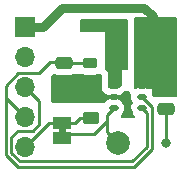
<source format=gtl>
%TF.GenerationSoftware,KiCad,Pcbnew,7.0.2*%
%TF.CreationDate,2023-07-05T23:36:48-07:00*%
%TF.ProjectId,ap5726-lcd-backlight-driver,61703537-3236-42d6-9c63-642d6261636b,rev?*%
%TF.SameCoordinates,Original*%
%TF.FileFunction,Copper,L1,Top*%
%TF.FilePolarity,Positive*%
%FSLAX46Y46*%
G04 Gerber Fmt 4.6, Leading zero omitted, Abs format (unit mm)*
G04 Created by KiCad (PCBNEW 7.0.2) date 2023-07-05 23:36:48*
%MOMM*%
%LPD*%
G01*
G04 APERTURE LIST*
G04 Aperture macros list*
%AMRoundRect*
0 Rectangle with rounded corners*
0 $1 Rounding radius*
0 $2 $3 $4 $5 $6 $7 $8 $9 X,Y pos of 4 corners*
0 Add a 4 corners polygon primitive as box body*
4,1,4,$2,$3,$4,$5,$6,$7,$8,$9,$2,$3,0*
0 Add four circle primitives for the rounded corners*
1,1,$1+$1,$2,$3*
1,1,$1+$1,$4,$5*
1,1,$1+$1,$6,$7*
1,1,$1+$1,$8,$9*
0 Add four rect primitives between the rounded corners*
20,1,$1+$1,$2,$3,$4,$5,0*
20,1,$1+$1,$4,$5,$6,$7,0*
20,1,$1+$1,$6,$7,$8,$9,0*
20,1,$1+$1,$8,$9,$2,$3,0*%
%AMOutline4P*
0 Free polygon, 4 corners , with rotation*
0 The origin of the aperture is its center*
0 number of corners: always 4*
0 $1 to $8 corner X, Y*
0 $9 Rotation angle, in degrees counterclockwise*
0 create outline with 4 corners*
4,1,4,$1,$2,$3,$4,$5,$6,$7,$8,$1,$2,$9*%
G04 Aperture macros list end*
%TA.AperFunction,SMDPad,CuDef*%
%ADD10RoundRect,0.250000X-0.450000X0.262500X-0.450000X-0.262500X0.450000X-0.262500X0.450000X0.262500X0*%
%TD*%
%TA.AperFunction,ComponentPad*%
%ADD11R,1.700000X1.700000*%
%TD*%
%TA.AperFunction,ComponentPad*%
%ADD12O,1.700000X1.700000*%
%TD*%
%TA.AperFunction,ComponentPad*%
%ADD13C,2.000000*%
%TD*%
%TA.AperFunction,SMDPad,CuDef*%
%ADD14RoundRect,0.225000X0.375000X-0.225000X0.375000X0.225000X-0.375000X0.225000X-0.375000X-0.225000X0*%
%TD*%
%TA.AperFunction,SMDPad,CuDef*%
%ADD15R,0.800000X0.550000*%
%TD*%
%TA.AperFunction,SMDPad,CuDef*%
%ADD16O,0.800000X0.550000*%
%TD*%
%TA.AperFunction,SMDPad,CuDef*%
%ADD17RoundRect,0.250000X-0.475000X0.250000X-0.475000X-0.250000X0.475000X-0.250000X0.475000X0.250000X0*%
%TD*%
%TA.AperFunction,SMDPad,CuDef*%
%ADD18R,1.500000X1.000000*%
%TD*%
%TA.AperFunction,SMDPad,CuDef*%
%ADD19Outline4P,-0.725000X-1.950000X0.725000X-1.350000X0.725000X1.350000X-0.725000X1.950000X180.000000*%
%TD*%
%TA.AperFunction,SMDPad,CuDef*%
%ADD20Outline4P,-0.725000X-1.350000X0.725000X-1.950000X0.725000X1.950000X-0.725000X1.350000X180.000000*%
%TD*%
%TA.AperFunction,ViaPad*%
%ADD21C,0.800000*%
%TD*%
%TA.AperFunction,Conductor*%
%ADD22C,0.250000*%
%TD*%
%TA.AperFunction,Conductor*%
%ADD23C,0.750000*%
%TD*%
G04 APERTURE END LIST*
%TA.AperFunction,EtchedComponent*%
%TO.C,VDC*%
G36*
X157551000Y-96175000D02*
G01*
X156951000Y-96175000D01*
X156951000Y-95675000D01*
X157551000Y-95675000D01*
X157551000Y-96175000D01*
G37*
%TD.AperFunction*%
%TD*%
D10*
%TO.P,R1,1*%
%TO.N,GND*%
X159660000Y-93077500D03*
%TO.P,R1,2*%
%TO.N,/LED_K*%
X159660000Y-94902500D03*
%TD*%
D11*
%TO.P,J1,1,Pin_1*%
%TO.N,VCC*%
X154098000Y-87169000D03*
D12*
%TO.P,J1,2,Pin_2*%
%TO.N,GND*%
X154098000Y-89709000D03*
%TO.P,J1,3,Pin_3*%
%TO.N,/ENABLE*%
X154098000Y-92249000D03*
%TO.P,J1,4,Pin_4*%
%TO.N,/LED_A*%
X154098000Y-94789000D03*
%TO.P,J1,5,Pin_5*%
%TO.N,/LED_K*%
X154098000Y-97329000D03*
%TD*%
D13*
%TO.P,FB,1,1*%
%TO.N,Net-(JP1-B)*%
X162004000Y-97014000D03*
%TD*%
D14*
%TO.P,D1,1,K*%
%TO.N,/LED_A*%
X159631000Y-90246000D03*
%TO.P,D1,2,A*%
%TO.N,Net-(D1-A)*%
X159631000Y-86946000D03*
%TD*%
D15*
%TO.P,U1,1,SW*%
%TO.N,Net-(D1-A)*%
X161590201Y-92167198D03*
D16*
%TO.P,U1,2,GND*%
%TO.N,GND*%
X161590201Y-93117199D03*
%TO.P,U1,3,FB*%
%TO.N,Net-(JP1-B)*%
X161590201Y-94067200D03*
%TO.P,U1,4,EN*%
%TO.N,/ENABLE*%
X163990201Y-94067200D03*
%TO.P,U1,5,OVP*%
%TO.N,/LED_A*%
X163990201Y-93117199D03*
%TO.P,U1,6,Vin*%
%TO.N,VCC*%
X163990201Y-92167198D03*
%TD*%
D17*
%TO.P,C1,1*%
%TO.N,/LED_A*%
X157378000Y-90225000D03*
%TO.P,C1,2*%
%TO.N,GND*%
X157378000Y-92125000D03*
%TD*%
%TO.P,C2,1*%
%TO.N,VCC*%
X166014000Y-92219000D03*
%TO.P,C2,2*%
%TO.N,GND*%
X166014000Y-94119000D03*
%TD*%
D18*
%TO.P,VDC,1,A*%
%TO.N,/LED_K*%
X157251000Y-95275000D03*
%TO.P,VDC,2,B*%
%TO.N,Net-(JP1-B)*%
X157251000Y-96575000D03*
%TD*%
D19*
%TO.P,L1,1,1*%
%TO.N,Net-(D1-A)*%
X161942000Y-88658000D03*
D20*
%TO.P,L1,2,2*%
%TO.N,VCC*%
X164892000Y-88658000D03*
%TD*%
D21*
%TO.N,GND*%
X162687000Y-93218000D03*
X162814000Y-94361000D03*
X166014000Y-97028000D03*
X159131000Y-91821000D03*
%TD*%
D22*
%TO.N,/LED_A*%
X157378000Y-90225000D02*
X159610000Y-90225000D01*
X153543000Y-91059000D02*
X152473000Y-92129000D01*
X152473000Y-98002097D02*
X153530903Y-99060000D01*
X163322000Y-99060000D02*
X164846000Y-97536000D01*
X153530903Y-99060000D02*
X163322000Y-99060000D01*
X152473000Y-93164000D02*
X152473000Y-92129000D01*
X164013728Y-93117199D02*
X163990201Y-93117199D01*
X156210000Y-90170000D02*
X155321000Y-91059000D01*
X152473000Y-92129000D02*
X152473000Y-98002097D01*
X157323000Y-90170000D02*
X156210000Y-90170000D01*
X154098000Y-94789000D02*
X152473000Y-93164000D01*
X155321000Y-91059000D02*
X153543000Y-91059000D01*
X164846000Y-93949471D02*
X164013728Y-93117199D01*
X157378000Y-90225000D02*
X157323000Y-90170000D01*
X159610000Y-90225000D02*
X159631000Y-90246000D01*
X164846000Y-97536000D02*
X164846000Y-93949471D01*
%TO.N,GND*%
X166014000Y-94119000D02*
X166014000Y-97028000D01*
D23*
%TO.N,VCC*%
X154098000Y-87169000D02*
X155655000Y-87169000D01*
X164892000Y-86279000D02*
X164892000Y-88658000D01*
X164211000Y-85598000D02*
X164892000Y-86279000D01*
X157226000Y-85598000D02*
X164211000Y-85598000D01*
X155655000Y-87169000D02*
X157226000Y-85598000D01*
D22*
%TO.N,/ENABLE*%
X163193604Y-98552000D02*
X153659299Y-98552000D01*
X152923000Y-97815701D02*
X152923000Y-96504999D01*
X164396000Y-97349604D02*
X163193604Y-98552000D01*
X153463999Y-95964000D02*
X154734000Y-95964000D01*
X155273000Y-93424000D02*
X154098000Y-92249000D01*
X154734000Y-95964000D02*
X155273000Y-95425000D01*
X152923000Y-96504999D02*
X153463999Y-95964000D01*
X163990201Y-94067200D02*
X164396000Y-94472999D01*
X164396000Y-94472999D02*
X164396000Y-97349604D01*
X155273000Y-95425000D02*
X155273000Y-93424000D01*
X153659299Y-98552000D02*
X152923000Y-97815701D01*
%TO.N,/LED_K*%
X156152000Y-95275000D02*
X154098000Y-97329000D01*
X158344000Y-95275000D02*
X156152000Y-95275000D01*
X158716500Y-94902500D02*
X158344000Y-95275000D01*
X159660000Y-94902500D02*
X158716500Y-94902500D01*
%TO.N,Net-(JP1-B)*%
X161036000Y-95123000D02*
X161036000Y-96046000D01*
X161036000Y-96046000D02*
X162004000Y-97014000D01*
X161036000Y-95123000D02*
X161036000Y-94621401D01*
X157251000Y-96194000D02*
X159965000Y-96194000D01*
X159965000Y-96194000D02*
X161036000Y-95123000D01*
X161036000Y-94621401D02*
X161590201Y-94067200D01*
%TD*%
%TA.AperFunction,Conductor*%
%TO.N,Net-(D1-A)*%
G36*
X162759539Y-86506685D02*
G01*
X162805294Y-86559489D01*
X162816500Y-86611000D01*
X162816500Y-90681000D01*
X162796815Y-90748039D01*
X162744011Y-90793794D01*
X162692500Y-90805000D01*
X162306000Y-90805000D01*
X162306000Y-92061074D01*
X162286315Y-92128113D01*
X162241426Y-92169907D01*
X162180722Y-92203053D01*
X162078984Y-92304786D01*
X162063377Y-92325634D01*
X162007442Y-92367503D01*
X161937750Y-92372484D01*
X161923158Y-92368360D01*
X161888857Y-92356357D01*
X161762219Y-92342089D01*
X161762209Y-92342088D01*
X161758753Y-92341699D01*
X161421649Y-92341699D01*
X161418193Y-92342088D01*
X161418182Y-92342089D01*
X161298383Y-92355587D01*
X161229561Y-92343532D01*
X161178182Y-92296183D01*
X161160500Y-92232367D01*
X161160500Y-91313323D01*
X161160500Y-91310000D01*
X161148947Y-91202544D01*
X161137741Y-91151033D01*
X161136690Y-91147875D01*
X161103614Y-91048496D01*
X161025823Y-90927454D01*
X160980069Y-90874650D01*
X160951796Y-90850151D01*
X160914022Y-90791373D01*
X160909000Y-90756440D01*
X160909000Y-87630000D01*
X158874000Y-87630000D01*
X158806961Y-87610315D01*
X158761206Y-87557511D01*
X158750000Y-87506000D01*
X158750000Y-86611000D01*
X158769685Y-86543961D01*
X158822489Y-86498206D01*
X158874000Y-86487000D01*
X162692500Y-86487000D01*
X162759539Y-86506685D01*
G37*
%TD.AperFunction*%
%TD*%
%TA.AperFunction,Conductor*%
%TO.N,VCC*%
G36*
X166948039Y-86379685D02*
G01*
X166993794Y-86432489D01*
X167005000Y-86484000D01*
X167005000Y-92967000D01*
X166985315Y-93034039D01*
X166932511Y-93079794D01*
X166881000Y-93091000D01*
X165003469Y-93091000D01*
X164936430Y-93071315D01*
X164890675Y-93018511D01*
X164880249Y-92980882D01*
X164876042Y-92943542D01*
X164852959Y-92877575D01*
X164846000Y-92836620D01*
X164846000Y-92456000D01*
X164556251Y-92456000D01*
X164490279Y-92436994D01*
X164453804Y-92414075D01*
X164288857Y-92356357D01*
X164162219Y-92342089D01*
X164162209Y-92342088D01*
X164158753Y-92341699D01*
X163821649Y-92341699D01*
X163818193Y-92342088D01*
X163818182Y-92342089D01*
X163691544Y-92356357D01*
X163526595Y-92414076D01*
X163511970Y-92423266D01*
X163444733Y-92442265D01*
X163377899Y-92421896D01*
X163332685Y-92368628D01*
X163322000Y-92318271D01*
X163322000Y-86484000D01*
X163341685Y-86416961D01*
X163394489Y-86371206D01*
X163446000Y-86360000D01*
X166881000Y-86360000D01*
X166948039Y-86379685D01*
G37*
%TD.AperFunction*%
%TD*%
%TA.AperFunction,Conductor*%
%TO.N,GND*%
G36*
X156681684Y-91192294D02*
G01*
X156750202Y-91214999D01*
X156849858Y-91225180D01*
X156849859Y-91225180D01*
X156852991Y-91225500D01*
X157903008Y-91225499D01*
X158005797Y-91214999D01*
X158074316Y-91192293D01*
X158113320Y-91186000D01*
X159098561Y-91186000D01*
X159111156Y-91186641D01*
X159207655Y-91196500D01*
X160054344Y-91196499D01*
X160111855Y-91190624D01*
X160150845Y-91186642D01*
X160163445Y-91186000D01*
X160531000Y-91186000D01*
X160598039Y-91205685D01*
X160643794Y-91258489D01*
X160655000Y-91310000D01*
X160655000Y-92583000D01*
X160668534Y-92596534D01*
X160689481Y-92602685D01*
X160735236Y-92655489D01*
X160738620Y-92663656D01*
X160746405Y-92684529D01*
X160832655Y-92799744D01*
X160947870Y-92885994D01*
X161082718Y-92936289D01*
X161142328Y-92942698D01*
X162038073Y-92942697D01*
X162097684Y-92936289D01*
X162232532Y-92885994D01*
X162347747Y-92799744D01*
X162433997Y-92684529D01*
X162441778Y-92663664D01*
X162483650Y-92607732D01*
X162549115Y-92583316D01*
X162557960Y-92583000D01*
X162807922Y-92583000D01*
X162874961Y-92602685D01*
X162912914Y-92641026D01*
X162922002Y-92655489D01*
X162947297Y-92695746D01*
X162992512Y-92749015D01*
X163067501Y-92815347D01*
X163104673Y-92874508D01*
X163104111Y-92929454D01*
X163105924Y-92929659D01*
X163084793Y-93117199D01*
X163104359Y-93290856D01*
X163162077Y-93455802D01*
X163206328Y-93526227D01*
X163225328Y-93593464D01*
X163206328Y-93658170D01*
X163162078Y-93728593D01*
X163104359Y-93893542D01*
X163084793Y-94067200D01*
X163104359Y-94240857D01*
X163162078Y-94405806D01*
X163255053Y-94553776D01*
X163358596Y-94657319D01*
X163392081Y-94718642D01*
X163387097Y-94788334D01*
X163345225Y-94844267D01*
X163279761Y-94868684D01*
X163270915Y-94869000D01*
X162309487Y-94869000D01*
X162242448Y-94849315D01*
X162196693Y-94796511D01*
X162186749Y-94727353D01*
X162215774Y-94663797D01*
X162221806Y-94657319D01*
X162325348Y-94553776D01*
X162418323Y-94405806D01*
X162476042Y-94240857D01*
X162495608Y-94067200D01*
X162476042Y-93893542D01*
X162418323Y-93728593D01*
X162325348Y-93580623D01*
X162201777Y-93457052D01*
X162053807Y-93364077D01*
X161888857Y-93306358D01*
X161762219Y-93292090D01*
X161762209Y-93292089D01*
X161758753Y-93291700D01*
X161421649Y-93291700D01*
X161418193Y-93292089D01*
X161418182Y-93292090D01*
X161291544Y-93306358D01*
X161126594Y-93364077D01*
X160978627Y-93457050D01*
X160925812Y-93509865D01*
X160872995Y-93562682D01*
X160811675Y-93596166D01*
X160785316Y-93599000D01*
X156461000Y-93599000D01*
X156393961Y-93579315D01*
X156348206Y-93526511D01*
X156337000Y-93475000D01*
X156337000Y-91310000D01*
X156356685Y-91242961D01*
X156409489Y-91197206D01*
X156461000Y-91186000D01*
X156642680Y-91186000D01*
X156681684Y-91192294D01*
G37*
%TD.AperFunction*%
%TD*%
M02*

</source>
